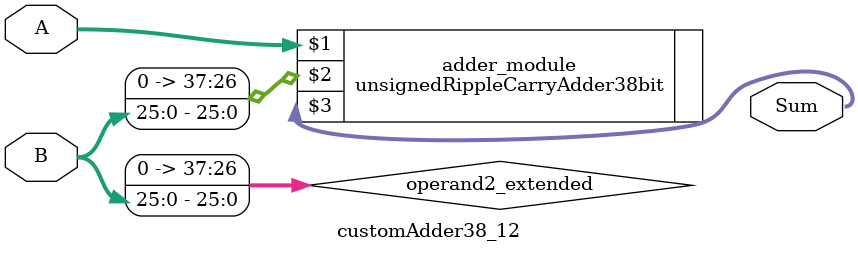
<source format=v>
module customAdder38_12(
                        input [37 : 0] A,
                        input [25 : 0] B,
                        
                        output [38 : 0] Sum
                );

        wire [37 : 0] operand2_extended;
        
        assign operand2_extended =  {12'b0, B};
        
        unsignedRippleCarryAdder38bit adder_module(
            A,
            operand2_extended,
            Sum
        );
        
        endmodule
        
</source>
